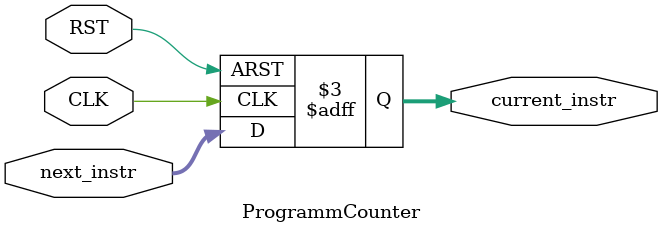
<source format=v>
module ProgrammCounter #(
    parameter  PC_width = 'd32
) (
    input wire [PC_width-1:0]   next_instr,
    input wire                  CLK,
    input wire                  RST,
    output reg [PC_width-1:0]   current_instr
);

/*
Program counter is a 32-bit register, its output is the address of the current 
instruction and its input is the address of the next instruction
*/

always @(posedge CLK or negedge RST) begin
    //Asynchronous Reset
    if(!RST) begin
       current_instr <= 'b0; 
    end

    else begin
        current_instr <= next_instr;
    end
    
end
    
endmodule
</source>
